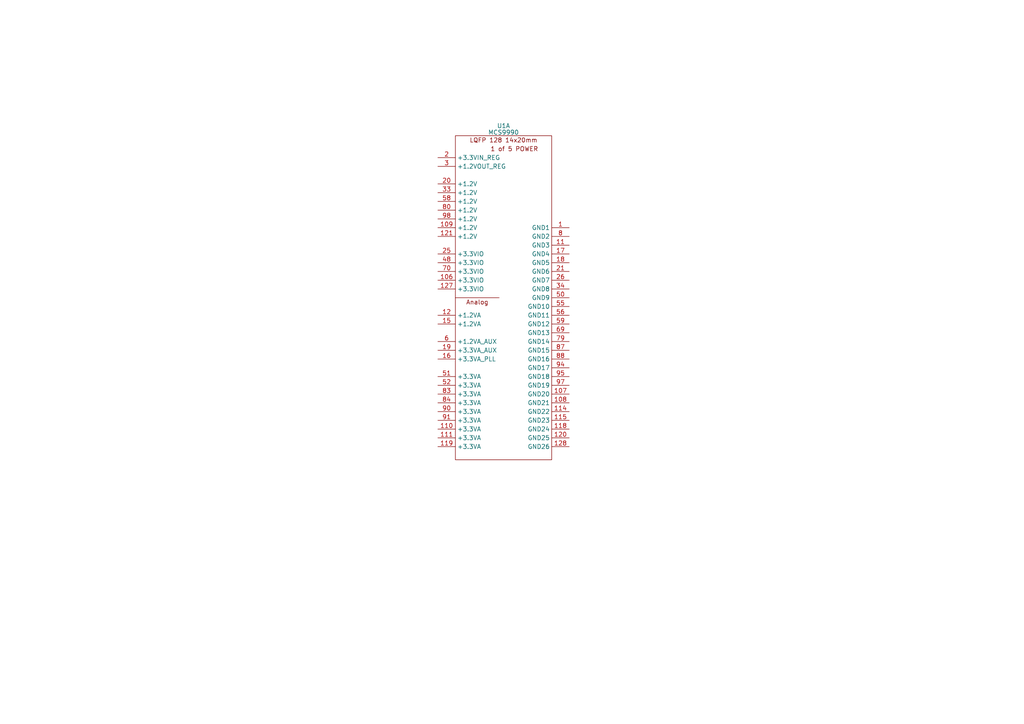
<source format=kicad_sch>
(kicad_sch (version 20230121) (generator eeschema)
  (paper "A4")
  (lib_symbols
    (symbol "html_accel_Symbols:MCS9990"
      (property "Reference" "U" (at 19.05 3.81 0))
      (property "Value" "MCS9990" (at 19.05 1.27 0))
      (symbol "MCS9990_1_0"
        (pin power_in line (at 33.02 -26.67 180) (length 5.08) (name "GND1") (number "1"))
        (pin power_in line (at -5.08 -41.91 0) (length 5.08) (name "+3.3VIO") (number "106"))
        (pin power_in line (at 33.02 -74.93 180) (length 5.08) (name "GND20") (number "107"))
        (pin power_in line (at 33.02 -77.47 180) (length 5.08) (name "GND21") (number "108"))
        (pin power_in line (at -5.08 -26.67 0) (length 5.08) (name "+1.2V") (number "109"))
        (pin power_in line (at 33.02 -31.75 180) (length 5.08) (name "GND3") (number "11"))
        (pin power_in line (at -5.08 -85.09 0) (length 5.08) (name "+3.3VA") (number "110"))
        (pin power_in line (at -5.08 -87.63 0) (length 5.08) (name "+3.3VA") (number "111"))
        (pin power_in line (at 33.02 -80.01 180) (length 5.08) (name "GND22") (number "114"))
        (pin power_in line (at 33.02 -82.55 180) (length 5.08) (name "GND23") (number "115"))
        (pin power_in line (at 33.02 -85.09 180) (length 5.08) (name "GND24") (number "118"))
        (pin power_in line (at -5.08 -90.17 0) (length 5.08) (name "+3.3VA") (number "119"))
        (pin power_in line (at -5.08 -52.07 0) (length 5.08) (name "+1.2VA") (number "12"))
        (pin power_in line (at 33.02 -87.63 180) (length 5.08) (name "GND25") (number "120"))
        (pin power_in line (at -5.08 -29.21 0) (length 5.08) (name "+1.2V") (number "121"))
        (pin power_in line (at -5.08 -44.45 0) (length 5.08) (name "+3.3VIO") (number "127"))
        (pin power_in line (at 33.02 -90.17 180) (length 5.08) (name "GND26") (number "128"))
        (pin power_in line (at -5.08 -54.61 0) (length 5.08) (name "+1.2VA") (number "15"))
        (pin power_in line (at -5.08 -64.77 0) (length 5.08) (name "+3.3VA_PLL") (number "16"))
        (pin power_in line (at 33.02 -34.29 180) (length 5.08) (name "GND4") (number "17"))
        (pin power_in line (at 33.02 -36.83 180) (length 5.08) (name "GND5") (number "18"))
        (pin power_in line (at -5.08 -62.23 0) (length 5.08) (name "+3.3VA_AUX") (number "19"))
        (pin power_in line (at -5.08 -6.35 0) (length 5.08) (name "+3.3VIN_REG") (number "2"))
        (pin power_in line (at -5.08 -13.97 0) (length 5.08) (name "+1.2V") (number "20"))
        (pin power_in line (at 33.02 -39.37 180) (length 5.08) (name "GND6") (number "21"))
        (pin power_in line (at -5.08 -34.29 0) (length 5.08) (name "+3.3VIO") (number "25"))
        (pin power_in line (at 33.02 -41.91 180) (length 5.08) (name "GND7") (number "26"))
        (pin power_out line (at -5.08 -8.89 0) (length 5.08) (name "+1.2VOUT_REG") (number "3"))
        (pin power_in line (at -5.08 -16.51 0) (length 5.08) (name "+1.2V") (number "33"))
        (pin power_in line (at 33.02 -44.45 180) (length 5.08) (name "GND8") (number "34"))
        (pin power_in line (at -5.08 -36.83 0) (length 5.08) (name "+3.3VIO") (number "48"))
        (pin power_in line (at 33.02 -46.99 180) (length 5.08) (name "GND9") (number "50"))
        (pin power_in line (at -5.08 -69.85 0) (length 5.08) (name "+3.3VA") (number "51"))
        (pin power_in line (at -5.08 -72.39 0) (length 5.08) (name "+3.3VA") (number "52"))
        (pin power_in line (at 33.02 -49.53 180) (length 5.08) (name "GND10") (number "55"))
        (pin power_in line (at 33.02 -52.07 180) (length 5.08) (name "GND11") (number "56"))
        (pin power_in line (at -5.08 -19.05 0) (length 5.08) (name "+1.2V") (number "58"))
        (pin power_in line (at 33.02 -54.61 180) (length 5.08) (name "GND12") (number "59"))
        (pin power_in line (at -5.08 -59.69 0) (length 5.08) (name "+1.2VA_AUX") (number "6"))
        (pin power_in line (at 33.02 -57.15 180) (length 5.08) (name "GND13") (number "69"))
        (pin power_in line (at -5.08 -39.37 0) (length 5.08) (name "+3.3VIO") (number "70"))
        (pin power_in line (at 33.02 -59.69 180) (length 5.08) (name "GND14") (number "79"))
        (pin power_in line (at 33.02 -29.21 180) (length 5.08) (name "GND2") (number "8"))
        (pin power_in line (at -5.08 -21.59 0) (length 5.08) (name "+1.2V") (number "80"))
        (pin power_in line (at -5.08 -74.93 0) (length 5.08) (name "+3.3VA") (number "83"))
        (pin power_in line (at -5.08 -77.47 0) (length 5.08) (name "+3.3VA") (number "84"))
        (pin power_in line (at 33.02 -62.23 180) (length 5.08) (name "GND15") (number "87"))
        (pin power_in line (at 33.02 -64.77 180) (length 5.08) (name "GND16") (number "88"))
        (pin power_in line (at -5.08 -80.01 0) (length 5.08) (name "+3.3VA") (number "90"))
        (pin power_in line (at -5.08 -82.55 0) (length 5.08) (name "+3.3VA") (number "91"))
        (pin power_in line (at 33.02 -67.31 180) (length 5.08) (name "GND17") (number "94"))
        (pin power_in line (at 33.02 -69.85 180) (length 5.08) (name "GND18") (number "95"))
        (pin power_in line (at 33.02 -72.39 180) (length 5.08) (name "GND19") (number "97"))
        (pin power_in line (at -5.08 -24.13 0) (length 5.08) (name "+1.2V") (number "98"))
      )
      (symbol "MCS9990_1_1"
        (polyline (pts (xy 0 -46.99) (xy 12.7 -46.99)))
        (rectangle (start 0 0) (end 27.94 -93.98))
        (text "1 of 5 POWER" (at 10.16 -3.81 0) (effects (font (size 1.27 1.27)) (justify left)))
        (text "Analog" (at 6.35 -48.26 0) (effects (font (size 1.27 1.27))))
        (text "LQFP 128 14x20mm" (at 13.97 -1.27 0) (effects (font (size 1.27 1.27))))
      )
      (symbol "MCS9990_2_0"
        (pin bidirectional line (at -5.08 -7.62 0) (length 5.08) (name "GPIO0/D0") (number "35"))
        (pin bidirectional line (at -5.08 -10.16 0) (length 5.08) (name "GPIO1/D1") (number "36"))
        (pin bidirectional line (at -5.08 -12.7 0) (length 5.08) (name "GPIO2/D2") (number "37"))
        (pin bidirectional line (at -5.08 -15.24 0) (length 5.08) (name "GPIO3/D3") (number "38"))
        (pin bidirectional line (at -5.08 -17.78 0) (length 5.08) (name "GPIO4/D4") (number "39"))
        (pin bidirectional line (at -5.08 -20.32 0) (length 5.08) (name "GPIO5/D5") (number "40"))
        (pin bidirectional line (at -5.08 -22.86 0) (length 5.08) (name "GPIO6/D6") (number "41"))
        (pin bidirectional line (at -5.08 -25.4 0) (length 5.08) (name "GPIO7/D7") (number "42"))
        (pin input line (at 36.83 -7.62 180) (length 5.08) (name "GPIO8/INTA") (number "43"))
        (pin input line (at 36.83 -17.78 180) (length 5.08) (name "GPIO9/INTB") (number "44"))
        (pin input line (at 36.83 -25.4 180) (length 5.08) (name "GPIO10/INTC") (number "45"))
        (pin input line (at 36.83 -35.56 180) (length 5.08) (name "GPIO11/INTD") (number "46"))
        (pin output line (at 36.83 -10.16 180) (length 5.08) (name "GPIO12/CSA_N") (number "65"))
        (pin output line (at 36.83 -20.32 180) (length 5.08) (name "GPIO13/CSB_N") (number "66"))
        (pin output line (at 36.83 -27.94 180) (length 5.08) (name "GPIO14/CSC_N") (number "67"))
        (pin output line (at 36.83 -38.1 180) (length 5.08) (name "GPIO15/CSD_N") (number "68"))
        (pin output line (at 36.83 -43.18 180) (length 5.08) (name "GPIO16/RESET") (number "71"))
        (pin output line (at -5.08 -40.64 0) (length 5.08) (name "GPIO17/IOW_N") (number "72"))
        (pin output line (at -5.08 -43.18 0) (length 5.08) (name "GPIO18/IOR_N") (number "73"))
        (pin input line (at 36.83 -30.48 180) (length 5.08) (name "GPIO23/IOCHRDY2") (number "74"))
        (pin output line (at -5.08 -30.48 0) (length 5.08) (name "GPIO19/A0") (number "75"))
        (pin output line (at -5.08 -33.02 0) (length 5.08) (name "GPIO20/A1") (number "76"))
        (pin output line (at -5.08 -35.56 0) (length 5.08) (name "GPIO21/A2") (number "77"))
        (pin input line (at 36.83 -12.7 180) (length 5.08) (name "GPIO22/IOCHRDY1") (number "78"))
      )
      (symbol "MCS9990_2_1"
        (rectangle (start 0 0) (end 31.75 -46.99))
        (text "2 of 5 GPIO" (at 11.43 -3.81 0) (effects (font (size 1.27 1.27)) (justify left)))
        (text "LQFP 128 14x20mm" (at 16.51 -1.27 0) (effects (font (size 1.27 1.27))))
      )
      (symbol "MCS9990_3_0"
        (pin input line (at -5.08 -21.59 0) (length 5.08) (name "PCIE_RXDP") (number "10"))
        (pin output line (at -5.08 -8.89 0) (length 5.08) (name "PCIE_TXDP") (number "13"))
        (pin output line (at -5.08 -13.97 0) (length 5.08) (name "PCIE_TXDN") (number "14"))
        (pin output line (at 33.02 -24.13 180) (length 5.08) (name "PCIE_CLKREQ_N") (number "22"))
        (pin input line (at 33.02 -29.21 180) (length 5.08) (name "PCIE_PERST_N") (number "28"))
        (pin input line (at 33.02 -19.05 180) (length 5.08) (name "PCIE_REFCLKN") (number "4"))
        (pin input line (at 33.02 -16.51 180) (length 5.08) (name "PCIE_REFCLKP") (number "5"))
        (pin input line (at -5.08 -26.67 0) (length 5.08) (name "PCIE_RXDN") (number "9"))
      )
      (symbol "MCS9990_3_1"
        (rectangle (start 0 0) (end 27.94 -35.56))
        (text "3 of 5 PCIE" (at 10.16 -3.81 0) (effects (font (size 1.27 1.27)) (justify left)))
        (text "LQFP 128 14x20mm" (at 13.97 -1.27 0) (effects (font (size 1.27 1.27))))
        (pin output line (at 33.02 -26.67 180) (length 5.08) (name "PCIE_WAKE_N") (number "23"))
        (pin output line (at 33.02 -33.02 180) (length 5.08) (name "REXT") (number "7"))
      )
      (symbol "MCS9990_4_0"
        (pin output line (at -5.08 -36.83 0) (length 5.08) (name "USB1_PWR_EN_N") (number "103"))
        (pin bidirectional line (at 43.18 -6.35 180) (length 5.08) (name "USB2_DM") (number "112"))
        (pin input line (at 43.18 -21.59 180) (length 5.08) (name "USB2_OTG_VBUS") (number "117"))
        (pin input line (at 43.18 -13.97 180) (length 5.08) (name "USB2_OVCI_N") (number "122"))
        (pin output line (at 43.18 -16.51 180) (length 5.08) (name "USB2_PWR_EN_N") (number "123"))
        (pin input line (at 43.18 -19.05 180) (length 5.08) (name "USB2_OTG_ID") (number "124"))
        (pin input line (at 43.18 -34.29 180) (length 5.08) (name "USB3_OVCI_N") (number "125"))
        (pin output line (at 43.18 -36.83 180) (length 5.08) (name "USB3_PWR_EN_N") (number "126"))
        (pin bidirectional line (at 43.18 -26.67 180) (length 5.08) (name "USB3_DM") (number "53"))
        (pin bidirectional line (at 43.18 -29.21 180) (length 5.08) (name "USB3_DP") (number "54"))
        (pin input line (at 43.18 -31.75 180) (length 5.08) (name "USB3_IBREF") (number "57"))
        (pin input line (at -5.08 -6.35 0) (length 5.08) (name "USB0_XSCI") (number "81"))
        (pin output line (at -5.08 -8.89 0) (length 5.08) (name "USB0_XSCO") (number "82"))
      )
      (symbol "MCS9990_4_1"
        (rectangle (start 0 0) (end 38.1 -40.64))
        (text "4 of 5 USB" (at 19.05 -3.81 0) (effects (font (size 1.27 1.27))))
        (text "LQFP 128 14x20mm" (at 19.05 -1.27 0) (effects (font (size 1.27 1.27))))
        (pin output line (at -5.08 -21.59 0) (length 5.08) (name "USB0_PWR_EN_N") (number "100"))
        (pin input line (at -5.08 -34.29 0) (length 5.08) (name "USB1_OVCI_N") (number "102"))
        (pin bidirectional line (at 43.18 -8.89 180) (length 5.08) (name "USB2_DP") (number "113"))
        (pin input line (at 43.18 -11.43 180) (length 5.08) (name "USB2_IBERF") (number "116"))
        (pin bidirectional line (at -5.08 -11.43 0) (length 5.08) (name "USB0_DM") (number "85"))
        (pin bidirectional line (at -5.08 -13.97 0) (length 5.08) (name "USB0_DP") (number "86"))
        (pin input line (at -5.08 -16.51 0) (length 5.08) (name "USB0_IBREF") (number "89"))
        (pin bidirectional line (at -5.08 -26.67 0) (length 5.08) (name "USB1_DM") (number "92"))
        (pin bidirectional line (at -5.08 -29.21 0) (length 5.08) (name "USB1_DP") (number "93"))
        (pin input line (at -5.08 -31.75 0) (length 5.08) (name "USB1_IBREF") (number "96"))
        (pin input line (at -5.08 -19.05 0) (length 5.08) (name "USB0_OVCI_N") (number "99"))
      )
      (symbol "MCS9990_5_0"
        (pin bidirectional line (at -5.08 -27.94 0) (length 5.08) (name "LN_STAT2") (number "101"))
        (pin bidirectional line (at -5.08 -22.86 0) (length 5.08) (name "LN_STAT0") (number "104"))
        (pin bidirectional line (at -5.08 -25.4 0) (length 5.08) (name "LN_STAT1") (number "105"))
        (pin input line (at -5.08 -12.7 0) (length 5.08) (name "MODE_SEL0") (number "24"))
        (pin input line (at -5.08 -7.62 0) (length 5.08) (name "OTG_EN_N") (number "27"))
        (pin bidirectional line (at -5.08 -33.02 0) (length 5.08) (name "EE_SCL") (number "29"))
        (pin bidirectional line (at -5.08 -35.56 0) (length 5.08) (name "EE_SDA") (number "30"))
        (pin input line (at -5.08 -43.18 0) (length 5.08) (name "TEST_EN") (number "32"))
        (pin input line (at -5.08 -15.24 0) (length 5.08) (name "MODE_SEL1") (number "47"))
        (pin input line (at -5.08 -17.78 0) (length 5.08) (name "MODE_SEL2") (number "49"))
        (pin input line (at 33.02 -7.62 180) (length 5.08) (name "JTAG_TCK") (number "60"))
        (pin input line (at 33.02 -10.16 180) (length 5.08) (name "JTAG_TDI") (number "61"))
        (pin output line (at 33.02 -12.7 180) (length 5.08) (name "JTAG_TDO") (number "62"))
        (pin input line (at 33.02 -15.24 180) (length 5.08) (name "JTAG_TMS") (number "63"))
        (pin input line (at 33.02 -17.78 180) (length 5.08) (name "JTAG_TRST_N") (number "64"))
      )
      (symbol "MCS9990_5_1"
        (rectangle (start 0 0) (end 27.94 -45.72))
        (text "5 of 5 Misc/JTAG" (at 13.97 -3.81 0) (effects (font (size 1.27 1.27))))
        (text "LQFP 128 14x20mm" (at 13.97 -1.27 0) (effects (font (size 1.27 1.27))))
        (pin input line (at -5.08 -40.64 0) (length 5.08) (name "SCAN_EN") (number "31"))
      )
    )
  )
  (symbol (lib_id "html_accel_Symbols:MCS9990") (at 132.08 39.37 0) (unit 1)
    (property "Reference" "U1" (at 146.05 36.4871 0))
    (property "Value" "MCS9990" (at 146.05 38.4081 0))
    (property "Footprint" "Package_QFP:LQFP-128_14x14mm_P0.4mm" (effects hide))
  )
)
</source>
